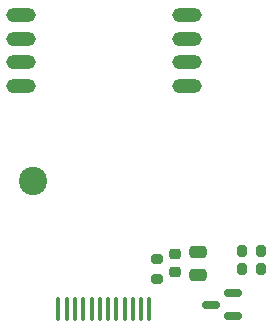
<source format=gbs>
%TF.GenerationSoftware,KiCad,Pcbnew,(6.0.8)*%
%TF.CreationDate,2022-10-29T15:14:35+02:00*%
%TF.ProjectId,view_screen,76696577-5f73-4637-9265-656e2e6b6963,rev?*%
%TF.SameCoordinates,Original*%
%TF.FileFunction,Soldermask,Bot*%
%TF.FilePolarity,Negative*%
%FSLAX46Y46*%
G04 Gerber Fmt 4.6, Leading zero omitted, Abs format (unit mm)*
G04 Created by KiCad (PCBNEW (6.0.8)) date 2022-10-29 15:14:35*
%MOMM*%
%LPD*%
G01*
G04 APERTURE LIST*
G04 Aperture macros list*
%AMRoundRect*
0 Rectangle with rounded corners*
0 $1 Rounding radius*
0 $2 $3 $4 $5 $6 $7 $8 $9 X,Y pos of 4 corners*
0 Add a 4 corners polygon primitive as box body*
4,1,4,$2,$3,$4,$5,$6,$7,$8,$9,$2,$3,0*
0 Add four circle primitives for the rounded corners*
1,1,$1+$1,$2,$3*
1,1,$1+$1,$4,$5*
1,1,$1+$1,$6,$7*
1,1,$1+$1,$8,$9*
0 Add four rect primitives between the rounded corners*
20,1,$1+$1,$2,$3,$4,$5,0*
20,1,$1+$1,$4,$5,$6,$7,0*
20,1,$1+$1,$6,$7,$8,$9,0*
20,1,$1+$1,$8,$9,$2,$3,0*%
G04 Aperture macros list end*
%ADD10C,2.400000*%
%ADD11RoundRect,0.087500X0.087500X-0.912500X0.087500X0.912500X-0.087500X0.912500X-0.087500X-0.912500X0*%
%ADD12RoundRect,0.150000X0.587500X0.150000X-0.587500X0.150000X-0.587500X-0.150000X0.587500X-0.150000X0*%
%ADD13RoundRect,0.200000X0.200000X0.275000X-0.200000X0.275000X-0.200000X-0.275000X0.200000X-0.275000X0*%
%ADD14RoundRect,0.200000X-0.275000X0.200000X-0.275000X-0.200000X0.275000X-0.200000X0.275000X0.200000X0*%
%ADD15RoundRect,0.200000X-0.200000X-0.275000X0.200000X-0.275000X0.200000X0.275000X-0.200000X0.275000X0*%
%ADD16RoundRect,0.225000X-0.250000X0.225000X-0.250000X-0.225000X0.250000X-0.225000X0.250000X0.225000X0*%
%ADD17RoundRect,0.250000X-0.475000X0.250000X-0.475000X-0.250000X0.475000X-0.250000X0.475000X0.250000X0*%
%ADD18O,2.500000X1.250000*%
G04 APERTURE END LIST*
D10*
%TO.C,H1*%
X94000000Y-100000000D03*
%TD*%
D11*
%TO.C,J2*%
X103850000Y-110900000D03*
X103150000Y-110900000D03*
X102450000Y-110900000D03*
X101750000Y-110900000D03*
X101050000Y-110900000D03*
X100350000Y-110900000D03*
X99650000Y-110900000D03*
X98950000Y-110900000D03*
X98250000Y-110900000D03*
X97550000Y-110900000D03*
X96850000Y-110900000D03*
X96150000Y-110900000D03*
%TD*%
D12*
%TO.C,Q1*%
X110937500Y-109550000D03*
X110937500Y-111450000D03*
X109062500Y-110500000D03*
%TD*%
D13*
%TO.C,R1*%
X113325000Y-106000000D03*
X111675000Y-106000000D03*
%TD*%
D14*
%TO.C,R2*%
X104500000Y-106675000D03*
X104500000Y-108325000D03*
%TD*%
D15*
%TO.C,R3*%
X111675000Y-107500000D03*
X113325000Y-107500000D03*
%TD*%
D16*
%TO.C,C2*%
X106000000Y-106225000D03*
X106000000Y-107775000D03*
%TD*%
D17*
%TO.C,C1*%
X108000000Y-106050000D03*
X108000000Y-107950000D03*
%TD*%
D18*
%TO.C,J3*%
X93000000Y-92000000D03*
X93000000Y-90000000D03*
X93000000Y-88000000D03*
X93000000Y-86000000D03*
%TD*%
%TO.C,J1*%
X107000000Y-92000000D03*
X107000000Y-90000000D03*
X107000000Y-88000000D03*
X107000000Y-86000000D03*
%TD*%
M02*

</source>
